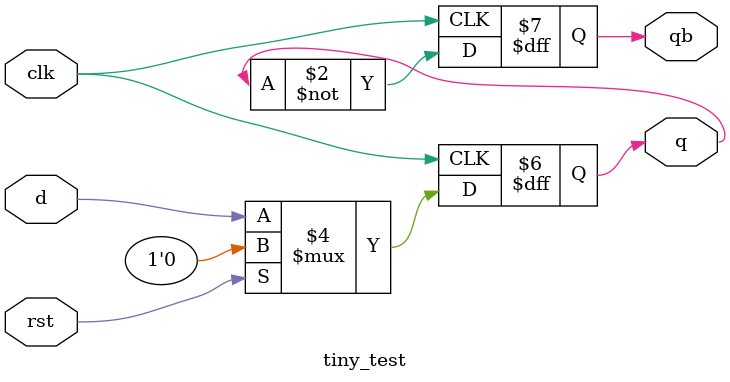
<source format=v>
`default_nettype none

module user_proj_example (
`ifdef USE_POWER_PINS
    inout wire vccd1,    // User area 1 1.8V supply
    inout wire vssd1,    // User area 1 digital ground
`endif

    // Wishbone clock input
    input wire wb_clk_i,

    // Logic Analyzer Signals
    input wire la_data_in,   // Single bit input
    output wire [127:0] la_data_out  // 128-bit output, but we only drive the first 2 bits
);

    reg la_data_in_delayed;  // Register for introducing delay

    // Introduce delay on la_data_in using an always block
    always @(posedge wb_clk_i) begin
        la_data_in_delayed <= la_data_in;  // Delay la_data_in by one clock cycle
    end

    tiny_test counter(
        .clk(wb_clk_i),      // Use wb_clk_i as the clock signal
        .rst(1'b0),          // Hardwire reset to 0 if you don't need a reset signal
        .d(la_data_in_delayed),      // Input data is la_data_in
        .q(la_data_out[0]),  // Output q
        .qb(la_data_out[1])  // Output qb
    );

    // Set remaining bits of la_data_out to high impedance to avoid shorts
    assign la_data_out[127:2] = {126{1'bz}};

endmodule

module tiny_test (
    input wire clk,
    input wire d,
    input wire rst,
    output reg q,
    output reg qb
);

    always @(posedge clk) begin
        if (rst)
            q <= 0;
        else
            q <= d;
        qb <= ~q;  // Complement of q
    end

endmodule

`default_nettype wire


</source>
